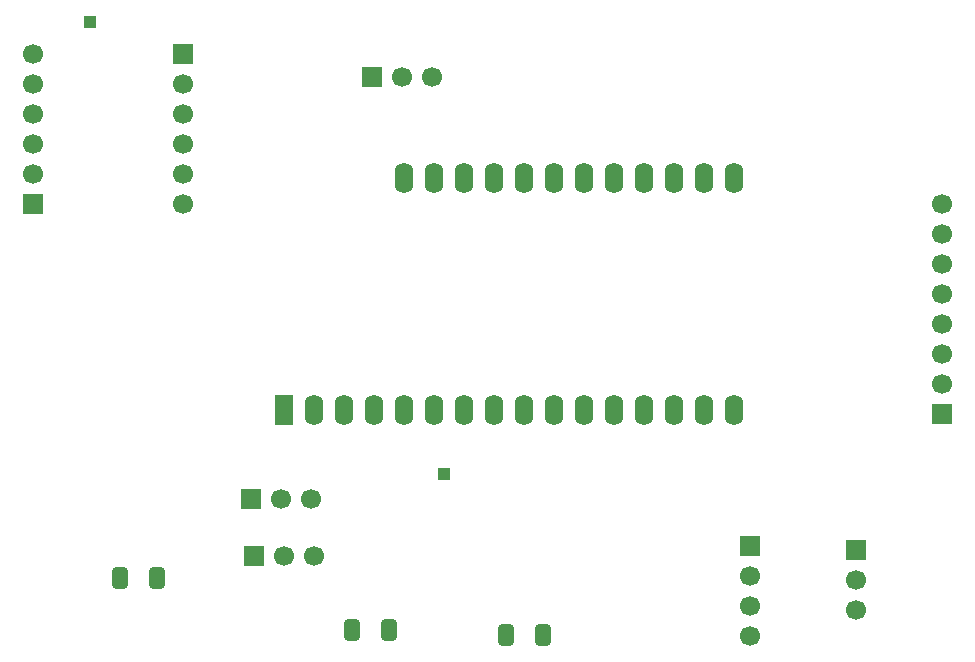
<source format=gts>
%TF.GenerationSoftware,KiCad,Pcbnew,9.0.6*%
%TF.CreationDate,2025-11-22T22:40:18-08:00*%
%TF.ProjectId,A_Team_ECE411,415f5465-616d-45f4-9543-453431312e6b,4*%
%TF.SameCoordinates,Original*%
%TF.FileFunction,Soldermask,Top*%
%TF.FilePolarity,Negative*%
%FSLAX46Y46*%
G04 Gerber Fmt 4.6, Leading zero omitted, Abs format (unit mm)*
G04 Created by KiCad (PCBNEW 9.0.6) date 2025-11-22 22:40:18*
%MOMM*%
%LPD*%
G01*
G04 APERTURE LIST*
G04 Aperture macros list*
%AMRoundRect*
0 Rectangle with rounded corners*
0 $1 Rounding radius*
0 $2 $3 $4 $5 $6 $7 $8 $9 X,Y pos of 4 corners*
0 Add a 4 corners polygon primitive as box body*
4,1,4,$2,$3,$4,$5,$6,$7,$8,$9,$2,$3,0*
0 Add four circle primitives for the rounded corners*
1,1,$1+$1,$2,$3*
1,1,$1+$1,$4,$5*
1,1,$1+$1,$6,$7*
1,1,$1+$1,$8,$9*
0 Add four rect primitives between the rounded corners*
20,1,$1+$1,$2,$3,$4,$5,0*
20,1,$1+$1,$4,$5,$6,$7,0*
20,1,$1+$1,$6,$7,$8,$9,0*
20,1,$1+$1,$8,$9,$2,$3,0*%
G04 Aperture macros list end*
%ADD10R,1.700000X1.700000*%
%ADD11C,1.700000*%
%ADD12RoundRect,0.250000X-0.412500X-0.650000X0.412500X-0.650000X0.412500X0.650000X-0.412500X0.650000X0*%
%ADD13RoundRect,0.250000X0.550000X-1.050000X0.550000X1.050000X-0.550000X1.050000X-0.550000X-1.050000X0*%
%ADD14O,1.600000X2.600000*%
%ADD15R,1.000000X1.000000*%
G04 APERTURE END LIST*
D10*
%TO.C,U2*%
X221700000Y-102490000D03*
D11*
X221700000Y-99950000D03*
X221700000Y-97410000D03*
X221700000Y-94870000D03*
X221700000Y-92330000D03*
X221700000Y-89790000D03*
X221700000Y-87250000D03*
X221700000Y-84710000D03*
%TD*%
D10*
%TO.C,JP2*%
X144800000Y-84700000D03*
D11*
X144800000Y-82160000D03*
X144800000Y-79620000D03*
X144800000Y-77080000D03*
X144800000Y-74540000D03*
X144800000Y-72000000D03*
%TD*%
D12*
%TO.C,C1*%
X152137500Y-116400000D03*
X155262500Y-116400000D03*
%TD*%
D10*
%TO.C,D4*%
X163500000Y-114500000D03*
D11*
X166040000Y-114500000D03*
X168580000Y-114500000D03*
%TD*%
D12*
%TO.C,C3*%
X171800000Y-120800000D03*
X174925000Y-120800000D03*
%TD*%
D13*
%TO.C,A1*%
X166000000Y-102200000D03*
D14*
X168540000Y-102200000D03*
X171080000Y-102200000D03*
X173620000Y-102200000D03*
X176160000Y-102200000D03*
X178700000Y-102200000D03*
X181240000Y-102200000D03*
X183780000Y-102200000D03*
X186320000Y-102200000D03*
X188860000Y-102200000D03*
X191400000Y-102200000D03*
X193940000Y-102200000D03*
X196480000Y-102200000D03*
X199020000Y-102200000D03*
X201560000Y-102200000D03*
X204100000Y-102200000D03*
X204100000Y-82480000D03*
X201560000Y-82480000D03*
X199020000Y-82480000D03*
X196480000Y-82480000D03*
X193940000Y-82480000D03*
X191400000Y-82480000D03*
X188860000Y-82480000D03*
X186320000Y-82480000D03*
X183780000Y-82480000D03*
X181240000Y-82480000D03*
X178700000Y-82480000D03*
X176160000Y-82480000D03*
%TD*%
D15*
%TO.C,TP1*%
X149600000Y-69300000D03*
%TD*%
D10*
%TO.C,D1*%
X163230000Y-109730000D03*
D11*
X165770000Y-109730000D03*
X168310000Y-109730000D03*
%TD*%
D15*
%TO.C,TP2*%
X179600000Y-107600000D03*
%TD*%
D10*
%TO.C,SW2*%
X173500000Y-74000000D03*
D11*
X176040000Y-74000000D03*
X178580000Y-74000000D03*
%TD*%
D10*
%TO.C,IC1*%
X205500000Y-113690000D03*
D11*
X205500000Y-116230000D03*
X205500000Y-118770000D03*
X205500000Y-121310000D03*
%TD*%
%TO.C,SW1*%
X214500000Y-116540000D03*
X214500000Y-119080000D03*
D10*
X214500000Y-114000000D03*
%TD*%
D12*
%TO.C,C2*%
X184818750Y-121181250D03*
X187943750Y-121181250D03*
%TD*%
D10*
%TO.C,JP3*%
X157500000Y-72000000D03*
D11*
X157500000Y-74540000D03*
X157500000Y-77080000D03*
X157500000Y-79620000D03*
X157500000Y-82160000D03*
X157500000Y-84700000D03*
%TD*%
M02*

</source>
